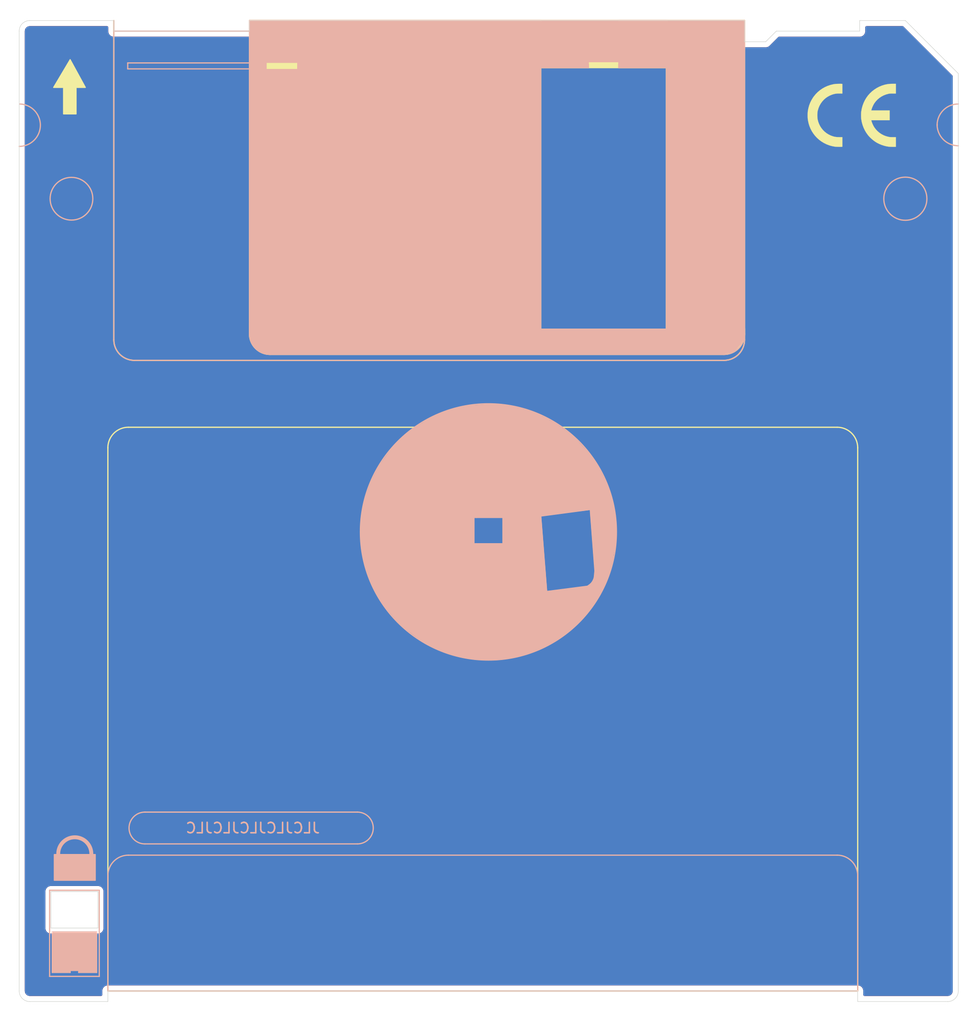
<source format=kicad_pcb>
(kicad_pcb (version 20171130) (host pcbnew "(5.1.6)-1")

  (general
    (thickness 1.6)
    (drawings 160)
    (tracks 0)
    (zones 0)
    (modules 1)
    (nets 1)
  )

  (page A4)
  (layers
    (0 F.Cu signal)
    (31 B.Cu signal)
    (32 B.Adhes user)
    (33 F.Adhes user)
    (34 B.Paste user)
    (35 F.Paste user)
    (36 B.SilkS user)
    (37 F.SilkS user)
    (38 B.Mask user)
    (39 F.Mask user)
    (40 Dwgs.User user)
    (41 Cmts.User user)
    (42 Eco1.User user)
    (43 Eco2.User user)
    (44 Edge.Cuts user)
    (45 Margin user)
    (46 B.CrtYd user)
    (47 F.CrtYd user)
    (48 B.Fab user)
    (49 F.Fab user)
  )

  (setup
    (last_trace_width 0.25)
    (trace_clearance 0.2)
    (zone_clearance 0.508)
    (zone_45_only no)
    (trace_min 0.2)
    (via_size 0.8)
    (via_drill 0.4)
    (via_min_size 0.4)
    (via_min_drill 0.3)
    (uvia_size 0.3)
    (uvia_drill 0.1)
    (uvias_allowed no)
    (uvia_min_size 0.2)
    (uvia_min_drill 0.1)
    (edge_width 0.05)
    (segment_width 0.2)
    (pcb_text_width 0.3)
    (pcb_text_size 1.5 1.5)
    (mod_edge_width 0.12)
    (mod_text_size 1 1)
    (mod_text_width 0.15)
    (pad_size 1.524 1.524)
    (pad_drill 0.762)
    (pad_to_mask_clearance 0.05)
    (aux_axis_origin 0 0)
    (visible_elements 7FFFFFFF)
    (pcbplotparams
      (layerselection 0x010fc_ffffffff)
      (usegerberextensions false)
      (usegerberattributes true)
      (usegerberadvancedattributes true)
      (creategerberjobfile true)
      (excludeedgelayer true)
      (linewidth 0.100000)
      (plotframeref false)
      (viasonmask false)
      (mode 1)
      (useauxorigin false)
      (hpglpennumber 1)
      (hpglpenspeed 20)
      (hpglpendiameter 15.000000)
      (psnegative false)
      (psa4output false)
      (plotreference true)
      (plotvalue true)
      (plotinvisibletext false)
      (padsonsilk false)
      (subtractmaskfromsilk false)
      (outputformat 1)
      (mirror false)
      (drillshape 0)
      (scaleselection 1)
      (outputdirectory "//192.168.1.100/Personal/Charlie/~Retro/~PCB's and Kits/Floppy Coaster/floppy-coaster/gerbers/"))
  )

  (net 0 "")

  (net_class Default "This is the default net class."
    (clearance 0.2)
    (trace_width 0.25)
    (via_dia 0.8)
    (via_drill 0.4)
    (uvia_dia 0.3)
    (uvia_drill 0.1)
  )

  (module Symbol:CE-Logo_8.5x6mm_SilkScreen (layer F.Cu) (tedit 0) (tstamp 65F797B9)
    (at 181.4195 66.2305)
    (descr "CE marking")
    (tags "Logo CE certification")
    (attr virtual)
    (fp_text reference REF** (at 0 0) (layer F.SilkS) hide
      (effects (font (size 1 1) (thickness 0.15)))
    )
    (fp_text value CE-Logo_8.5x6mm_SilkScreen (at 0.75 0) (layer F.Fab) hide
      (effects (font (size 1 1) (thickness 0.15)))
    )
    (fp_poly (pts (xy 4.233335 -2.083594) (xy 3.938985 -2.083305) (xy 3.83701 -2.08288) (xy 3.756355 -2.081592)
      (xy 3.691888 -2.079086) (xy 3.638476 -2.075004) (xy 3.590988 -2.068992) (xy 3.544289 -2.060692)
      (xy 3.510389 -2.053564) (xy 3.280549 -1.990246) (xy 3.061232 -1.903988) (xy 2.854201 -1.795991)
      (xy 2.66122 -1.667456) (xy 2.484049 -1.519582) (xy 2.324453 -1.35357) (xy 2.184193 -1.170621)
      (xy 2.159554 -1.133551) (xy 2.107756 -1.046598) (xy 2.054855 -0.94518) (xy 2.003836 -0.836134)
      (xy 1.957682 -0.726298) (xy 1.919375 -0.622512) (xy 1.891898 -0.531612) (xy 1.885804 -0.506016)
      (xy 1.876439 -0.463021) (xy 3.638021 -0.463021) (xy 3.638021 0.47625) (xy 1.876439 0.47625)
      (xy 1.885804 0.519244) (xy 1.910864 0.610611) (xy 1.948352 0.716469) (xy 1.995185 0.829878)
      (xy 2.048282 0.943892) (xy 2.10456 1.051569) (xy 2.160936 1.145967) (xy 2.170392 1.160319)
      (xy 2.314134 1.351791) (xy 2.475333 1.52363) (xy 2.65299 1.675163) (xy 2.846109 1.805719)
      (xy 3.053691 1.914624) (xy 3.274738 2.001206) (xy 3.508255 2.064794) (xy 3.513956 2.066021)
      (xy 3.566538 2.076622) (xy 3.614958 2.084513) (xy 3.664609 2.090078) (xy 3.720881 2.093702)
      (xy 3.789168 2.095769) (xy 3.874859 2.096664) (xy 3.945599 2.096799) (xy 4.233333 2.096776)
      (xy 4.233333 3.029479) (xy 3.945599 3.027762) (xy 3.853624 3.026709) (xy 3.763891 3.024766)
      (xy 3.682158 3.022126) (xy 3.614179 3.018981) (xy 3.565711 3.015526) (xy 3.558646 3.014789)
      (xy 3.333237 2.978594) (xy 3.101386 2.921376) (xy 2.869425 2.845284) (xy 2.643685 2.752465)
      (xy 2.430499 2.645068) (xy 2.374697 2.613135) (xy 2.211156 2.507667) (xy 2.045214 2.383545)
      (xy 1.883427 2.246431) (xy 1.73235 2.101982) (xy 1.59854 1.955859) (xy 1.561993 1.911607)
      (xy 1.400673 1.690012) (xy 1.259348 1.452378) (xy 1.139025 1.201089) (xy 1.040711 0.938532)
      (xy 0.965412 0.667092) (xy 0.914135 0.389155) (xy 0.91159 0.370416) (xy 0.904641 0.298751)
      (xy 0.899708 0.208046) (xy 0.896792 0.104923) (xy 0.895895 -0.003991) (xy 0.897019 -0.112075)
      (xy 0.900166 -0.212702) (xy 0.905338 -0.299248) (xy 0.911383 -0.357188) (xy 0.963339 -0.642106)
      (xy 1.038569 -0.917646) (xy 1.136391 -1.182191) (xy 1.256121 -1.434123) (xy 1.397076 -1.671823)
      (xy 1.558573 -1.893675) (xy 1.561993 -1.897921) (xy 1.74228 -2.100879) (xy 1.941422 -2.287344)
      (xy 2.156973 -2.455786) (xy 2.386485 -2.604675) (xy 2.627509 -2.732483) (xy 2.8776 -2.837678)
      (xy 3.134309 -2.918733) (xy 3.234619 -2.943231) (xy 3.35853 -2.969062) (xy 3.4737 -2.988408)
      (xy 3.58752 -3.002019) (xy 3.707385 -3.010644) (xy 3.840687 -3.015032) (xy 3.952213 -3.015992)
      (xy 4.233333 -3.01625) (xy 4.233335 -2.083594)) (layer F.SilkS) (width 0.01))
    (fp_poly (pts (xy -1.060813 -3.015685) (xy -0.99633 -3.014025) (xy -0.949697 -3.011055) (xy -0.929349 -3.007912)
      (xy -0.899583 -2.999935) (xy -0.899583 -2.07947) (xy -1.109119 -2.086741) (xy -1.318953 -2.086477)
      (xy -1.513141 -2.069618) (xy -1.69758 -2.034925) (xy -1.878168 -1.981161) (xy -2.060803 -1.907089)
      (xy -2.136511 -1.871121) (xy -2.317062 -1.772023) (xy -2.479702 -1.660674) (xy -2.632099 -1.531592)
      (xy -2.691378 -1.474295) (xy -2.848015 -1.299139) (xy -2.983527 -1.10848) (xy -3.097234 -0.903606)
      (xy -3.188456 -0.685807) (xy -3.256515 -0.456371) (xy -3.276674 -0.363803) (xy -3.288823 -0.279756)
      (xy -3.296934 -0.176766) (xy -3.301015 -0.062035) (xy -3.301074 0.057234) (xy -3.297116 0.173837)
      (xy -3.289149 0.280571) (xy -3.277181 0.370233) (xy -3.275943 0.377031) (xy -3.220089 0.605759)
      (xy -3.140701 0.823965) (xy -3.039069 1.030177) (xy -2.916478 1.222928) (xy -2.774219 1.400748)
      (xy -2.613579 1.562168) (xy -2.435845 1.705719) (xy -2.242307 1.829931) (xy -2.034252 1.933336)
      (xy -1.850763 2.002535) (xy -1.747623 2.034118) (xy -1.652893 2.058129) (xy -1.56013 2.075463)
      (xy -1.462894 2.087016) (xy -1.354742 2.09368) (xy -1.229233 2.096352) (xy -1.174089 2.096504)
      (xy -0.899583 2.096186) (xy -0.899583 3.013164) (xy -0.929349 3.021141) (xy -0.954749 3.024138)
      (xy -1.001744 3.026203) (xy -1.06549 3.027382) (xy -1.141142 3.027723) (xy -1.223854 3.027274)
      (xy -1.308783 3.026083) (xy -1.391083 3.024197) (xy -1.465909 3.021663) (xy -1.528417 3.018531)
      (xy -1.573762 3.014847) (xy -1.574271 3.014789) (xy -1.687271 2.998341) (xy -1.814872 2.973706)
      (xy -1.947338 2.943083) (xy -2.074934 2.908667) (xy -2.156016 2.883536) (xy -2.420553 2.782498)
      (xy -2.671277 2.659513) (xy -2.907195 2.515777) (xy -3.12732 2.352487) (xy -3.33066 2.170838)
      (xy -3.516227 1.972026) (xy -3.68303 1.757247) (xy -3.830079 1.527698) (xy -3.956385 1.284573)
      (xy -4.060958 1.02907) (xy -4.142808 0.762383) (xy -4.200945 0.485709) (xy -4.214162 0.396875)
      (xy -4.222618 0.312107) (xy -4.228437 0.208118) (xy -4.231618 0.092009) (xy -4.232161 -0.029113)
      (xy -4.230066 -0.148146) (xy -4.225334 -0.257986) (xy -4.217963 -0.351528) (xy -4.214162 -0.383646)
      (xy -4.163241 -0.666294) (xy -4.087795 -0.939386) (xy -3.988081 -1.202286) (xy -3.864354 -1.454363)
      (xy -3.716872 -1.694983) (xy -3.638048 -1.805782) (xy -3.45977 -2.023277) (xy -3.263767 -2.221656)
      (xy -3.051402 -2.400118) (xy -2.824041 -2.557867) (xy -2.583047 -2.694103) (xy -2.329787 -2.808029)
      (xy -2.065623 -2.898847) (xy -1.791921 -2.965759) (xy -1.60112 -2.997187) (xy -1.548646 -3.00251)
      (xy -1.479782 -3.00707) (xy -1.399419 -3.010788) (xy -1.31245 -3.013587) (xy -1.223764 -3.015388)
      (xy -1.138255 -3.016113) (xy -1.060813 -3.015685)) (layer F.SilkS) (width 0.01))
  )

  (gr_text JLCJLCJLCJLCJLC (at 123.952 134.5565) (layer B.SilkS)
    (effects (font (size 1 1) (thickness 0.15)) (justify mirror))
  )
  (gr_line (start 133.985 133.0325) (end 113.6015 133.0325) (layer B.SilkS) (width 0.12) (tstamp 65F7303F))
  (gr_arc (start 113.6015 134.5565) (end 113.6015 133.0325) (angle -180) (layer B.SilkS) (width 0.12) (tstamp 65F7301C))
  (gr_arc (start 133.985 134.5565) (end 133.985 136.0805) (angle -180) (layer B.SilkS) (width 0.12))
  (gr_line (start 113.6015 136.0805) (end 133.985 136.0805) (layer B.SilkS) (width 0.12))
  (gr_poly (pts (xy 151.638 89.0905) (xy 125.476 89.0905) (xy 124.968 88.9635) (xy 124.6505 88.8365) (xy 124.3965 88.646) (xy 124.1425 88.392) (xy 123.952 88.138) (xy 123.825 87.884) (xy 123.7615 87.503) (xy 123.698 87.1855) (xy 123.698 86.8045) (xy 151.638 86.8045)) (layer B.SilkS) (width 0.1))
  (gr_poly (pts (xy 151.511 86.741) (xy 123.698 86.741) (xy 123.698 61.849) (xy 151.511 61.849)) (layer B.SilkS) (width 0.1))
  (gr_poly (pts (xy 151.511 61.7855) (xy 128.27 61.7855) (xy 128.27 61.214) (xy 151.511 61.214)) (layer B.SilkS) (width 0.1))
  (gr_poly (pts (xy 125.1585 61.7855) (xy 123.6345 61.7855) (xy 123.6345 61.087) (xy 125.1585 61.087)) (layer B.SilkS) (width 0.1))
  (gr_poly (pts (xy 151.5745 61.1505) (xy 123.698 61.1505) (xy 123.698 57.15) (xy 151.5745 57.15)) (layer B.SilkS) (width 0.1))
  (gr_line (start 111.9505 61.7855) (end 123.6345 61.7855) (layer B.SilkS) (width 0.12))
  (gr_line (start 111.9505 61.214) (end 111.9505 61.7855) (layer B.SilkS) (width 0.12))
  (gr_line (start 123.6345 61.214) (end 111.9505 61.214) (layer B.SilkS) (width 0.12))
  (gr_line (start 125.222 61.214) (end 125.222 61.7855) (layer B.SilkS) (width 0.12) (tstamp 65F72EC8))
  (gr_line (start 128.27 61.1505) (end 125.222 61.1505) (layer B.SilkS) (width 0.12))
  (gr_line (start 128.27 61.7855) (end 128.27 61.214) (layer B.SilkS) (width 0.12))
  (gr_line (start 125.222 61.849) (end 128.27 61.849) (layer B.SilkS) (width 0.12))
  (gr_poly (pts (xy 107.2515 148.1455) (xy 106.426 148.1455) (xy 106.426 144.5895) (xy 107.2515 144.5895)) (layer B.SilkS) (width 0.1))
  (gr_poly (pts (xy 106.3625 148.336) (xy 104.7115 148.336) (xy 104.7115 144.5895) (xy 106.3625 144.5895)) (layer B.SilkS) (width 0.1))
  (gr_poly (pts (xy 108.966 148.336) (xy 107.315 148.336) (xy 107.315 144.5895) (xy 108.966 144.5895)) (layer B.SilkS) (width 0.1))
  (gr_line (start 106.426 148.209) (end 106.426 148.3995) (layer B.SilkS) (width 0.12) (tstamp 65F72E1C))
  (gr_line (start 107.2515 148.209) (end 106.426 148.209) (layer B.SilkS) (width 0.12))
  (gr_line (start 107.2515 148.3995) (end 107.2515 148.209) (layer B.SilkS) (width 0.12))
  (gr_line (start 106.426 148.3995) (end 104.7115 148.3995) (layer B.SilkS) (width 0.12) (tstamp 65F72E0E))
  (gr_line (start 104.7115 144.526) (end 104.7115 148.3995) (layer B.SilkS) (width 0.12))
  (gr_line (start 108.966 148.3995) (end 107.2515 148.3995) (layer B.SilkS) (width 0.12))
  (gr_line (start 108.966 144.526) (end 108.966 148.3995) (layer B.SilkS) (width 0.12))
  (gr_line (start 104.7115 144.526) (end 108.966 144.526) (layer B.SilkS) (width 0.12))
  (gr_line (start 102.5525 151.1935) (end 110.0455 151.1935) (layer Edge.Cuts) (width 0.05) (tstamp 65F72D12))
  (gr_line (start 190.627 151.1935) (end 181.991 151.1935) (layer Edge.Cuts) (width 0.05) (tstamp 65F72D07))
  (gr_line (start 181.991 150.1775) (end 181.991 151.1935) (layer Edge.Cuts) (width 0.05))
  (gr_line (start 110.0455 150.1775) (end 181.991 150.1775) (layer Edge.Cuts) (width 0.05))
  (gr_line (start 110.0455 151.1935) (end 110.0455 150.1775) (layer Edge.Cuts) (width 0.05))
  (gr_poly (pts (xy 159.004 61.087) (xy 156.1465 61.087) (xy 156.1465 57.2135) (xy 159.0675 57.2135)) (layer B.SilkS) (width 0.1))
  (gr_poly (pts (xy 156.1465 61.6585) (xy 151.5745 61.6585) (xy 151.5745 57.2135) (xy 156.1465 57.2135)) (layer B.SilkS) (width 0.1))
  (gr_poly (pts (xy 163.703 61.6585) (xy 159.0675 61.6585) (xy 159.0675 57.15) (xy 163.703 57.15)) (layer B.SilkS) (width 0.1))
  (gr_line (start 159.0675 61.341) (end 159.0675 61.6585) (layer B.SilkS) (width 0.12) (tstamp 65F72C4A))
  (gr_line (start 156.1465 61.087) (end 159.0675 61.087) (layer B.SilkS) (width 0.12))
  (gr_line (start 156.1465 61.6585) (end 156.1465 61.341) (layer B.SilkS) (width 0.12))
  (gr_line (start 163.6395 61.6585) (end 159.0675 61.6585) (layer B.SilkS) (width 0.12) (tstamp 65F72C2D))
  (gr_poly (pts (xy 157.2895 112.141) (xy 156.7815 112.903) (xy 156.0195 113.919) (xy 155.067 114.9985) (xy 153.543 116.205) (xy 152.146 117.0305) (xy 150.622 117.729) (xy 149.0345 118.1735) (xy 147.8915 118.364) (xy 147.955 112.395) (xy 156.1465 111.4425)) (layer B.SilkS) (width 0.1))
  (gr_poly (pts (xy 147.8915 118.364) (xy 147.2565 118.4275) (xy 146.1135 118.4275) (xy 145.2245 118.364) (xy 144.9705 118.3005) (xy 145.161 107.315) (xy 148.0185 107.315)) (layer B.SilkS) (width 0.1))
  (gr_poly (pts (xy 145.161 104.775) (xy 145.161 107.315) (xy 144.9705 118.3005) (xy 143.3195 117.983) (xy 141.859 117.475) (xy 140.335 116.713) (xy 138.6205 115.443) (xy 137.8585 114.7445) (xy 136.779 113.4745) (xy 135.9535 112.268) (xy 135.1915 110.6805) (xy 134.6835 109.1565) (xy 134.366 107.5055) (xy 134.3025 105.8545) (xy 134.366 104.7115)) (layer B.SilkS) (width 0.1))
  (gr_poly (pts (xy 147.447 94.5515) (xy 147.5105 96.774) (xy 146.3675 96.7105) (xy 145.8595 94.234)) (layer B.SilkS) (width 0.1))
  (gr_poly (pts (xy 150.368 101.473) (xy 147.955 104.648) (xy 145.9865 94.1705)) (layer B.SilkS) (width 0.1))
  (gr_poly (pts (xy 144.0815 94.361) (xy 140.2715 95.631) (xy 142.367 94.6785) (xy 144.0815 94.1705)) (layer B.SilkS) (width 0.1))
  (gr_poly (pts (xy 147.955 104.775) (xy 134.366 104.775) (xy 134.6835 103.1875) (xy 135.3185 101.4095) (xy 136.0805 99.8855) (xy 137.541 97.8535) (xy 139.319 96.266) (xy 141.859 94.869) (xy 144.5895 94.107) (xy 146.2405 93.98)) (layer B.SilkS) (width 0.1))
  (gr_poly (pts (xy 158.623 104.14) (xy 158.75 105.029) (xy 158.75 106.7435) (xy 158.6865 107.696) (xy 158.496 108.5215) (xy 156.718 108.839) (xy 156.337 103.9495) (xy 157.4165 103.8225) (xy 158.496 103.632)) (layer B.SilkS) (width 0.1))
  (gr_poly (pts (xy 156.718 110.6805) (xy 156.845 109.9185) (xy 156.845 109.601) (xy 156.7815 108.9025) (xy 158.5595 108.5215)) (layer B.SilkS) (width 0.1))
  (gr_poly (pts (xy 158.1785 109.982) (xy 157.861 110.9345) (xy 157.2895 112.0775) (xy 156.083 111.379) (xy 156.5275 111.0615) (xy 156.6545 110.871) (xy 158.496 108.6485)) (layer B.SilkS) (width 0.1))
  (gr_poly (pts (xy 152.146 111.887) (xy 147.955 112.3315) (xy 147.955 104.775) (xy 150.622 104.7115) (xy 151.5745 104.648)) (layer B.SilkS) (width 0.1))
  (gr_poly (pts (xy 151.5745 104.648) (xy 147.955 104.775) (xy 149.86 101.346)) (layer B.SilkS) (width 0.1))
  (gr_poly (pts (xy 151.7015 95.0595) (xy 151.511 95.25) (xy 150.0505 94.4245)) (layer B.SilkS) (width 0.1))
  (gr_poly (pts (xy 152.3365 95.377) (xy 152.4635 95.885) (xy 149.479 94.2975)) (layer B.SilkS) (width 0.1))
  (gr_poly (pts (xy 147.701 93.98) (xy 149.098 94.234) (xy 150.749 94.742) (xy 152.8445 95.6945) (xy 154.6225 96.9645) (xy 156.21 98.679) (xy 156.972 99.7585) (xy 157.988 101.7905) (xy 158.5595 103.632) (xy 156.337 104.013) (xy 151.511 104.5845) (xy 146.177 93.9165)) (layer B.SilkS) (width 0.1))
  (gr_line (start 156.337 111.1885) (end 156.083 111.379) (layer B.SilkS) (width 0.12))
  (gr_line (start 156.464 111.0615) (end 156.337 111.1885) (layer B.SilkS) (width 0.12))
  (gr_line (start 156.591 110.871) (end 156.464 111.0615) (layer B.SilkS) (width 0.12))
  (gr_line (start 156.6545 110.744) (end 156.591 110.871) (layer B.SilkS) (width 0.12))
  (gr_line (start 156.718 110.5535) (end 156.6545 110.744) (layer B.SilkS) (width 0.12))
  (gr_line (start 156.7815 109.9185) (end 156.718 110.5535) (layer B.SilkS) (width 0.12))
  (gr_line (start 156.337 104.013) (end 156.7815 109.9185) (layer B.SilkS) (width 0.12) (tstamp 65F70C8E))
  (gr_line (start 151.5745 104.648) (end 152.146 111.887) (layer B.SilkS) (width 0.12) (tstamp 65F70C88))
  (gr_line (start 152.146 111.887) (end 156.083 111.379) (layer B.SilkS) (width 0.12) (tstamp 65F70C74))
  (gr_line (start 151.5745 104.648) (end 156.337 104.013) (layer B.SilkS) (width 0.12))
  (gr_line (start 145.161 104.775) (end 145.415 104.775) (layer B.SilkS) (width 0.12) (tstamp 65F70BCE))
  (gr_line (start 145.161 107.315) (end 145.161 104.775) (layer B.SilkS) (width 0.12))
  (gr_line (start 145.415 107.315) (end 145.161 107.315) (layer B.SilkS) (width 0.12))
  (gr_line (start 147.955 107.315) (end 145.415 107.315) (layer B.SilkS) (width 0.12))
  (gr_line (start 147.955 104.775) (end 147.955 107.315) (layer B.SilkS) (width 0.12))
  (gr_line (start 145.415 104.775) (end 147.955 104.775) (layer B.SilkS) (width 0.12))
  (gr_circle (center 146.558 106.172) (end 155.7655 114.3) (layer B.SilkS) (width 0.12))
  (gr_arc (start 101.5365 67.183) (end 101.5365 69.215) (angle -178.2102594) (layer B.SilkS) (width 0.12))
  (gr_arc (start 191.643 67.183) (end 191.643 65.151) (angle -90.0000282) (layer B.SilkS) (width 0.12))
  (gr_arc (start 191.643 67.1195) (end 189.611 67.1195) (angle -90) (layer B.SilkS) (width 0.12))
  (gr_circle (center 186.563 74.2315) (end 187.96 75.7555) (layer B.SilkS) (width 0.12))
  (gr_circle (center 106.553 74.2315) (end 108.331 75.2475) (layer B.SilkS) (width 0.12))
  (gr_arc (start 112.014 139.1285) (end 110.0455 139.1285) (angle 90) (layer B.SilkS) (width 0.12) (tstamp 65F706D8))
  (gr_line (start 180.0225 137.16) (end 112.014 137.16) (layer B.SilkS) (width 0.12))
  (gr_line (start 110.0455 150.1775) (end 110.0455 139.1285) (layer B.SilkS) (width 0.12))
  (gr_line (start 181.991 150.1775) (end 110.0455 150.1775) (layer B.SilkS) (width 0.12))
  (gr_line (start 181.991 139.1285) (end 181.991 150.1775) (layer B.SilkS) (width 0.12))
  (gr_arc (start 180.0225 139.1285) (end 180.0225 137.16) (angle 90) (layer B.SilkS) (width 0.12) (tstamp 65F706D8))
  (gr_line (start 110.0455 150.1775) (end 181.991 150.1775) (layer F.SilkS) (width 0.12) (tstamp 65F707AE))
  (gr_arc (start 180.0225 98.1075) (end 181.991 98.1075) (angle -90) (layer F.SilkS) (width 0.12) (tstamp 65F706D8))
  (gr_line (start 112.014 96.139) (end 180.0225 96.139) (layer F.SilkS) (width 0.12))
  (gr_line (start 181.991 150.1775) (end 181.991 98.1075) (layer F.SilkS) (width 0.12))
  (gr_arc (start 112.014 98.1075) (end 112.014 96.139) (angle -90) (layer F.SilkS) (width 0.12) (tstamp 65F706D8))
  (gr_line (start 110.0455 150.1775) (end 110.0455 98.1075) (layer F.SilkS) (width 0.12))
  (gr_poly (pts (xy 163.576 89.0905) (xy 151.638 89.0905) (xy 151.638 86.8045) (xy 163.576 86.8045)) (layer B.SilkS) (width 0.1))
  (gr_poly (pts (xy 171.1325 87.1855) (xy 170.942 87.757) (xy 170.7515 88.138) (xy 170.434 88.519) (xy 170.18 88.773) (xy 169.7355 88.9635) (xy 169.3545 89.027) (xy 169.1005 89.0905) (xy 163.6395 89.0905) (xy 163.703 57.2135) (xy 171.1325 57.2135)) (layer B.SilkS) (width 0.1))
  (gr_line (start 151.5745 61.6585) (end 151.5745 86.741) (layer B.SilkS) (width 0.12) (tstamp 65F70588))
  (gr_line (start 156.1465 61.6585) (end 151.5745 61.6585) (layer B.SilkS) (width 0.12))
  (gr_line (start 163.6395 86.741) (end 163.6395 61.6585) (layer B.SilkS) (width 0.12))
  (gr_line (start 151.5745 86.741) (end 163.6395 86.741) (layer B.SilkS) (width 0.12))
  (gr_line (start 169.164 89.154) (end 125.603 89.154) (layer B.SilkS) (width 0.12) (tstamp 65F70562))
  (gr_arc (start 169.164 87.1855) (end 171.1325 87.1855) (angle 90) (layer B.SilkS) (width 0.12) (tstamp 65F70205))
  (gr_line (start 123.6345 86.0425) (end 123.6345 87.1855) (layer B.SilkS) (width 0.12) (tstamp 65F7054E))
  (gr_arc (start 125.603 87.1855) (end 125.603 89.154) (angle 90) (layer B.SilkS) (width 0.12) (tstamp 65F70205))
  (gr_line (start 112.5855 89.7255) (end 169.164 89.7255) (layer B.SilkS) (width 0.12) (tstamp 65F7053A))
  (gr_line (start 110.617 57.15) (end 110.617 87.757) (layer B.SilkS) (width 0.12) (tstamp 65F70532))
  (gr_line (start 123.6345 58.166) (end 110.617 58.166) (layer B.SilkS) (width 0.12))
  (gr_line (start 123.6345 57.15) (end 123.6345 86.0425) (layer B.SilkS) (width 0.12))
  (gr_line (start 171.1325 57.15) (end 123.6345 57.15) (layer B.SilkS) (width 0.12))
  (gr_line (start 171.1325 87.757) (end 171.1325 57.15) (layer B.SilkS) (width 0.12))
  (gr_arc (start 169.164 87.757) (end 171.1325 87.757) (angle 90) (layer B.SilkS) (width 0.12) (tstamp 65F70205))
  (gr_arc (start 112.5855 87.757) (end 112.5855 89.7255) (angle 90) (layer B.SilkS) (width 0.12) (tstamp 65F70205))
  (gr_arc (start 106.8705 137.033) (end 105.3465 137.033) (angle -357.614056) (layer B.SilkS) (width 0.12))
  (gr_arc (start 106.8705 137.033) (end 105.41 137.033) (angle -357.273689) (layer B.SilkS) (width 0.12))
  (gr_arc (start 106.8705 137.033) (end 105.2195 137.033) (angle -357.7974018) (layer B.SilkS) (width 0.12))
  (gr_arc (start 106.8705 137.033) (end 105.156 137.033) (angle -357.9545915) (layer B.SilkS) (width 0.12))
  (gr_arc (start 106.8705 137.033) (end 105.283 137.033) (angle -357.7974018) (layer B.SilkS) (width 0.12))
  (gr_poly (pts (xy 108.839 139.573) (xy 104.902 139.573) (xy 104.902 137.0965) (xy 108.839 137.0965)) (layer B.SilkS) (width 0.1))
  (gr_poly (pts (xy 163.6395 89.0905) (xy 151.638 89.0905) (xy 151.638 86.741) (xy 163.6395 86.741)) (layer F.SilkS) (width 0.1))
  (gr_poly (pts (xy 163.6395 61.6585) (xy 151.5745 61.6585) (xy 151.5745 57.15) (xy 163.703 57.15)) (layer F.SilkS) (width 0.1))
  (gr_poly (pts (xy 171.1325 87.0585) (xy 171.069 87.5665) (xy 170.8785 88.011) (xy 170.688 88.3285) (xy 170.307 88.7095) (xy 169.926 88.9) (xy 169.4815 89.0905) (xy 163.6395 89.0905) (xy 163.703 57.15) (xy 171.1325 57.15)) (layer F.SilkS) (width 0.1))
  (gr_poly (pts (xy 151.5745 89.0905) (xy 125.4125 89.0905) (xy 124.6505 88.8365) (xy 124.206 88.4555) (xy 123.952 88.138) (xy 123.7615 87.6935) (xy 123.6345 87.1855) (xy 123.698 58.1025) (xy 123.698 57.15) (xy 151.5745 57.15)) (layer F.SilkS) (width 0.1))
  (gr_arc (start 112.5855 87.757) (end 110.617 87.757) (angle -90) (layer F.SilkS) (width 0.12) (tstamp 65F70205))
  (gr_line (start 169.164 89.7255) (end 112.5855 89.7255) (layer F.SilkS) (width 0.12))
  (gr_line (start 110.617 57.15) (end 110.617 87.757) (layer F.SilkS) (width 0.12))
  (gr_line (start 171.1325 87.757) (end 171.1325 86.6775) (layer F.SilkS) (width 0.12))
  (gr_arc (start 169.164 87.757) (end 169.164 89.7255) (angle -90) (layer F.SilkS) (width 0.12) (tstamp 65F70205))
  (gr_line (start 163.6395 86.741) (end 151.5745 86.741) (layer F.SilkS) (width 0.12) (tstamp 65F701B8))
  (gr_line (start 163.6395 61.6585) (end 163.6395 86.741) (layer F.SilkS) (width 0.12))
  (gr_line (start 151.5745 61.6585) (end 163.6395 61.6585) (layer F.SilkS) (width 0.12))
  (gr_line (start 151.5745 86.741) (end 151.5745 61.6585) (layer F.SilkS) (width 0.12))
  (gr_line (start 171.1325 57.15) (end 171.1325 87.1855) (layer F.SilkS) (width 0.12) (tstamp 65F70194))
  (gr_line (start 123.6345 57.15) (end 171.1325 57.15) (layer F.SilkS) (width 0.12))
  (gr_line (start 123.6345 87.1855) (end 123.6345 57.15) (layer F.SilkS) (width 0.12))
  (gr_line (start 169.164 89.154) (end 125.603 89.154) (layer F.SilkS) (width 0.12) (tstamp 65F7017F))
  (gr_arc (start 169.164 87.1855) (end 169.164 89.154) (angle -90) (layer F.SilkS) (width 0.12) (tstamp 65F70169))
  (gr_arc (start 125.603 87.1855) (end 123.6345 87.1855) (angle -90) (layer F.SilkS) (width 0.12))
  (gr_line (start 104.4575 148.7805) (end 104.4575 140.5255) (layer B.SilkS) (width 0.12) (tstamp 65F700D2))
  (gr_line (start 109.22 148.7805) (end 104.4575 148.7805) (layer B.SilkS) (width 0.12))
  (gr_line (start 109.22 140.5255) (end 109.22 148.7805) (layer B.SilkS) (width 0.12))
  (gr_line (start 104.4575 140.5255) (end 109.22 140.5255) (layer B.SilkS) (width 0.12))
  (gr_line (start 104.5845 140.6525) (end 104.5845 144.145) (layer Edge.Cuts) (width 0.05) (tstamp 65F70054))
  (gr_line (start 109.093 140.6525) (end 104.5845 140.6525) (layer Edge.Cuts) (width 0.05))
  (gr_line (start 109.093 144.145) (end 109.093 140.6525) (layer Edge.Cuts) (width 0.05))
  (gr_line (start 104.5845 144.145) (end 109.093 144.145) (layer Edge.Cuts) (width 0.05))
  (gr_poly (pts (xy 106.9975 66.1035) (xy 105.791 66.1035) (xy 105.791 63.627) (xy 106.9975 63.627)) (layer F.SilkS) (width 0.1))
  (gr_poly (pts (xy 107.8865 63.5635) (xy 104.8385 63.5635) (xy 106.426 60.8965)) (layer F.SilkS) (width 0.1))
  (gr_line (start 182.1815 57.15) (end 186.563 57.15) (layer Edge.Cuts) (width 0.05) (tstamp 65F6FC08))
  (gr_line (start 173.1645 59.182) (end 174.1805 58.166) (layer Edge.Cuts) (width 0.05))
  (gr_line (start 182.1815 58.166) (end 174.1805 58.166) (layer Edge.Cuts) (width 0.05))
  (gr_line (start 182.1815 57.15) (end 182.1815 58.166) (layer Edge.Cuts) (width 0.05))
  (gr_line (start 191.643 62.23) (end 186.563 57.15) (layer Edge.Cuts) (width 0.05))
  (gr_line (start 191.643 62.23) (end 191.643 62.23) (layer Edge.Cuts) (width 0.05))
  (gr_line (start 171.1325 59.182) (end 173.1645 59.182) (layer Edge.Cuts) (width 0.05))
  (gr_line (start 171.1325 57.15) (end 171.1325 59.182) (layer Edge.Cuts) (width 0.05))
  (gr_line (start 102.5525 57.15) (end 110.617 57.15) (layer Edge.Cuts) (width 0.05) (tstamp 65F6FA63))
  (gr_line (start 123.6345 58.166) (end 123.6345 57.15) (layer Edge.Cuts) (width 0.05))
  (gr_line (start 110.617 58.166) (end 123.6345 58.166) (layer Edge.Cuts) (width 0.05))
  (gr_line (start 110.617 57.15) (end 110.617 58.166) (layer Edge.Cuts) (width 0.05))
  (gr_arc (start 102.5525 58.166) (end 102.5525 57.15) (angle -90) (layer Edge.Cuts) (width 0.05) (tstamp 65F6F8FE))
  (gr_arc (start 102.5525 150.1775) (end 101.5365 150.1775) (angle -90) (layer Edge.Cuts) (width 0.05) (tstamp 65F6F8FE))
  (gr_arc (start 190.627 150.1775) (end 190.627 151.1935) (angle -90) (layer Edge.Cuts) (width 0.05))
  (gr_line (start 171.1325 57.15) (end 123.6345 57.15) (layer Edge.Cuts) (width 0.05) (tstamp 65F6F8B0))
  (gr_line (start 191.643 150.1775) (end 191.643 62.23) (layer Edge.Cuts) (width 0.05))
  (gr_line (start 101.5365 58.166) (end 101.5365 150.1775) (layer Edge.Cuts) (width 0.05))

  (zone (net 0) (net_name "") (layer F.Cu) (tstamp 65F79A87) (hatch edge 0.508)
    (connect_pads (clearance 0.508))
    (min_thickness 0.254)
    (fill yes (arc_segments 32) (thermal_gap 0.508) (thermal_bridge_width 0.508))
    (polygon
      (pts
        (xy 193.7385 153.3525) (xy 99.695 153.3525) (xy 99.695 55.1815) (xy 193.7385 55.1815)
      )
    )
    (filled_polygon
      (pts
        (xy 109.957001 58.133571) (xy 109.953807 58.166) (xy 109.96655 58.295383) (xy 110.00429 58.419793) (xy 110.065575 58.53445)
        (xy 110.148052 58.634948) (xy 110.24855 58.717425) (xy 110.363207 58.77871) (xy 110.487617 58.81645) (xy 110.584581 58.826)
        (xy 110.617 58.829193) (xy 110.649419 58.826) (xy 123.602081 58.826) (xy 123.6345 58.829193) (xy 123.666919 58.826)
        (xy 123.763883 58.81645) (xy 123.888293 58.77871) (xy 124.00295 58.717425) (xy 124.103448 58.634948) (xy 124.185925 58.53445)
        (xy 124.24721 58.419793) (xy 124.28495 58.295383) (xy 124.297693 58.166) (xy 124.2945 58.133581) (xy 124.2945 57.81)
        (xy 170.4725 57.81) (xy 170.472501 59.149571) (xy 170.469307 59.182) (xy 170.48205 59.311383) (xy 170.51979 59.435793)
        (xy 170.581075 59.55045) (xy 170.663552 59.650948) (xy 170.76405 59.733425) (xy 170.878707 59.79471) (xy 171.003117 59.83245)
        (xy 171.100081 59.842) (xy 171.1325 59.845193) (xy 171.164919 59.842) (xy 173.132091 59.842) (xy 173.1645 59.845192)
        (xy 173.196909 59.842) (xy 173.196919 59.842) (xy 173.293883 59.83245) (xy 173.418293 59.79471) (xy 173.53295 59.733425)
        (xy 173.633448 59.650948) (xy 173.654116 59.625764) (xy 174.453881 58.826) (xy 182.149081 58.826) (xy 182.1815 58.829193)
        (xy 182.213919 58.826) (xy 182.241496 58.823284) (xy 182.310883 58.81645) (xy 182.435293 58.77871) (xy 182.54995 58.717425)
        (xy 182.650448 58.634948) (xy 182.732925 58.53445) (xy 182.79421 58.419793) (xy 182.83195 58.295383) (xy 182.8415 58.198419)
        (xy 182.8415 58.198418) (xy 182.844693 58.166) (xy 182.8415 58.133581) (xy 182.8415 57.81) (xy 186.28962 57.81)
        (xy 190.983001 62.503382) (xy 190.983 150.145219) (xy 190.973115 150.246031) (xy 190.953211 150.311958) (xy 190.920885 150.372755)
        (xy 190.877362 150.426118) (xy 190.8243 150.470015) (xy 190.763727 150.502766) (xy 190.697947 150.523128) (xy 190.599269 150.5335)
        (xy 182.651 150.5335) (xy 182.651 150.209918) (xy 182.654193 150.1775) (xy 182.64145 150.048117) (xy 182.60371 149.923707)
        (xy 182.542425 149.80905) (xy 182.459948 149.708552) (xy 182.35945 149.626075) (xy 182.244793 149.56479) (xy 182.120383 149.52705)
        (xy 182.023419 149.5175) (xy 181.991 149.514307) (xy 181.958581 149.5175) (xy 110.077919 149.5175) (xy 110.0455 149.514307)
        (xy 110.013081 149.5175) (xy 109.916117 149.52705) (xy 109.791707 149.56479) (xy 109.67705 149.626075) (xy 109.576552 149.708552)
        (xy 109.494075 149.80905) (xy 109.43279 149.923707) (xy 109.39505 150.048117) (xy 109.382307 150.1775) (xy 109.385501 150.209929)
        (xy 109.385501 150.5335) (xy 102.584781 150.5335) (xy 102.483969 150.523615) (xy 102.418042 150.503711) (xy 102.357245 150.471385)
        (xy 102.303882 150.427862) (xy 102.259985 150.3748) (xy 102.227234 150.314227) (xy 102.206872 150.248447) (xy 102.1965 150.149769)
        (xy 102.1965 140.6525) (xy 103.921307 140.6525) (xy 103.9245 140.68492) (xy 103.924501 144.112571) (xy 103.921307 144.145)
        (xy 103.93405 144.274383) (xy 103.97179 144.398793) (xy 104.033075 144.51345) (xy 104.115552 144.613948) (xy 104.21605 144.696425)
        (xy 104.330707 144.75771) (xy 104.455117 144.79545) (xy 104.552081 144.805) (xy 104.5845 144.808193) (xy 104.616919 144.805)
        (xy 109.060581 144.805) (xy 109.093 144.808193) (xy 109.125419 144.805) (xy 109.222383 144.79545) (xy 109.346793 144.75771)
        (xy 109.46145 144.696425) (xy 109.561948 144.613948) (xy 109.644425 144.51345) (xy 109.70571 144.398793) (xy 109.74345 144.274383)
        (xy 109.756193 144.145) (xy 109.753 144.112581) (xy 109.753 140.684919) (xy 109.756193 140.6525) (xy 109.74345 140.523117)
        (xy 109.70571 140.398707) (xy 109.644425 140.28405) (xy 109.561948 140.183552) (xy 109.46145 140.101075) (xy 109.346793 140.03979)
        (xy 109.222383 140.00205) (xy 109.125419 139.9925) (xy 109.093 139.989307) (xy 109.060581 139.9925) (xy 104.616919 139.9925)
        (xy 104.5845 139.989307) (xy 104.552081 139.9925) (xy 104.455117 140.00205) (xy 104.330707 140.03979) (xy 104.21605 140.101075)
        (xy 104.115552 140.183552) (xy 104.033075 140.28405) (xy 103.97179 140.398707) (xy 103.93405 140.523117) (xy 103.921307 140.6525)
        (xy 102.1965 140.6525) (xy 102.1965 58.198281) (xy 102.206385 58.097467) (xy 102.226289 58.031543) (xy 102.258615 57.970745)
        (xy 102.302139 57.917381) (xy 102.355196 57.873488) (xy 102.415771 57.840734) (xy 102.481553 57.820372) (xy 102.58023 57.81)
        (xy 109.957001 57.81)
      )
    )
  )
  (zone (net 0) (net_name "") (layer B.Cu) (tstamp 65F79A84) (hatch edge 0.508)
    (connect_pads (clearance 0.508))
    (min_thickness 0.254)
    (fill yes (arc_segments 32) (thermal_gap 0.508) (thermal_bridge_width 0.508))
    (polygon
      (pts
        (xy 193.7385 153.3525) (xy 99.695 153.3525) (xy 99.695 55.1815) (xy 193.7385 55.1815)
      )
    )
    (filled_polygon
      (pts
        (xy 109.957001 58.133571) (xy 109.953807 58.166) (xy 109.96655 58.295383) (xy 110.00429 58.419793) (xy 110.065575 58.53445)
        (xy 110.148052 58.634948) (xy 110.24855 58.717425) (xy 110.363207 58.77871) (xy 110.487617 58.81645) (xy 110.584581 58.826)
        (xy 110.617 58.829193) (xy 110.649419 58.826) (xy 123.602081 58.826) (xy 123.6345 58.829193) (xy 123.666919 58.826)
        (xy 123.763883 58.81645) (xy 123.888293 58.77871) (xy 124.00295 58.717425) (xy 124.103448 58.634948) (xy 124.185925 58.53445)
        (xy 124.24721 58.419793) (xy 124.28495 58.295383) (xy 124.297693 58.166) (xy 124.2945 58.133581) (xy 124.2945 57.81)
        (xy 170.4725 57.81) (xy 170.472501 59.149571) (xy 170.469307 59.182) (xy 170.48205 59.311383) (xy 170.51979 59.435793)
        (xy 170.581075 59.55045) (xy 170.663552 59.650948) (xy 170.76405 59.733425) (xy 170.878707 59.79471) (xy 171.003117 59.83245)
        (xy 171.100081 59.842) (xy 171.1325 59.845193) (xy 171.164919 59.842) (xy 173.132091 59.842) (xy 173.1645 59.845192)
        (xy 173.196909 59.842) (xy 173.196919 59.842) (xy 173.293883 59.83245) (xy 173.418293 59.79471) (xy 173.53295 59.733425)
        (xy 173.633448 59.650948) (xy 173.654116 59.625764) (xy 174.453881 58.826) (xy 182.149081 58.826) (xy 182.1815 58.829193)
        (xy 182.213919 58.826) (xy 182.241496 58.823284) (xy 182.310883 58.81645) (xy 182.435293 58.77871) (xy 182.54995 58.717425)
        (xy 182.650448 58.634948) (xy 182.732925 58.53445) (xy 182.79421 58.419793) (xy 182.83195 58.295383) (xy 182.8415 58.198419)
        (xy 182.8415 58.198418) (xy 182.844693 58.166) (xy 182.8415 58.133581) (xy 182.8415 57.81) (xy 186.28962 57.81)
        (xy 190.983001 62.503382) (xy 190.983 150.145219) (xy 190.973115 150.246031) (xy 190.953211 150.311958) (xy 190.920885 150.372755)
        (xy 190.877362 150.426118) (xy 190.8243 150.470015) (xy 190.763727 150.502766) (xy 190.697947 150.523128) (xy 190.599269 150.5335)
        (xy 182.651 150.5335) (xy 182.651 150.209918) (xy 182.654193 150.1775) (xy 182.64145 150.048117) (xy 182.60371 149.923707)
        (xy 182.542425 149.80905) (xy 182.459948 149.708552) (xy 182.35945 149.626075) (xy 182.244793 149.56479) (xy 182.120383 149.52705)
        (xy 182.023419 149.5175) (xy 181.991 149.514307) (xy 181.958581 149.5175) (xy 110.077919 149.5175) (xy 110.0455 149.514307)
        (xy 110.013081 149.5175) (xy 109.916117 149.52705) (xy 109.791707 149.56479) (xy 109.67705 149.626075) (xy 109.576552 149.708552)
        (xy 109.494075 149.80905) (xy 109.43279 149.923707) (xy 109.39505 150.048117) (xy 109.382307 150.1775) (xy 109.385501 150.209929)
        (xy 109.385501 150.5335) (xy 102.584781 150.5335) (xy 102.483969 150.523615) (xy 102.418042 150.503711) (xy 102.357245 150.471385)
        (xy 102.303882 150.427862) (xy 102.259985 150.3748) (xy 102.227234 150.314227) (xy 102.206872 150.248447) (xy 102.1965 150.149769)
        (xy 102.1965 140.6525) (xy 103.921307 140.6525) (xy 103.9245 140.68492) (xy 103.924501 144.112571) (xy 103.921307 144.145)
        (xy 103.93405 144.274383) (xy 103.97179 144.398793) (xy 104.033075 144.51345) (xy 104.115552 144.613948) (xy 104.21605 144.696425)
        (xy 104.330707 144.75771) (xy 104.455117 144.79545) (xy 104.552081 144.805) (xy 104.5845 144.808193) (xy 104.616919 144.805)
        (xy 109.060581 144.805) (xy 109.093 144.808193) (xy 109.125419 144.805) (xy 109.222383 144.79545) (xy 109.346793 144.75771)
        (xy 109.46145 144.696425) (xy 109.561948 144.613948) (xy 109.644425 144.51345) (xy 109.70571 144.398793) (xy 109.74345 144.274383)
        (xy 109.756193 144.145) (xy 109.753 144.112581) (xy 109.753 140.684919) (xy 109.756193 140.6525) (xy 109.74345 140.523117)
        (xy 109.70571 140.398707) (xy 109.644425 140.28405) (xy 109.561948 140.183552) (xy 109.46145 140.101075) (xy 109.346793 140.03979)
        (xy 109.222383 140.00205) (xy 109.125419 139.9925) (xy 109.093 139.989307) (xy 109.060581 139.9925) (xy 104.616919 139.9925)
        (xy 104.5845 139.989307) (xy 104.552081 139.9925) (xy 104.455117 140.00205) (xy 104.330707 140.03979) (xy 104.21605 140.101075)
        (xy 104.115552 140.183552) (xy 104.033075 140.28405) (xy 103.97179 140.398707) (xy 103.93405 140.523117) (xy 103.921307 140.6525)
        (xy 102.1965 140.6525) (xy 102.1965 58.198281) (xy 102.206385 58.097467) (xy 102.226289 58.031543) (xy 102.258615 57.970745)
        (xy 102.302139 57.917381) (xy 102.355196 57.873488) (xy 102.415771 57.840734) (xy 102.481553 57.820372) (xy 102.58023 57.81)
        (xy 109.957001 57.81)
      )
    )
  )
)

</source>
